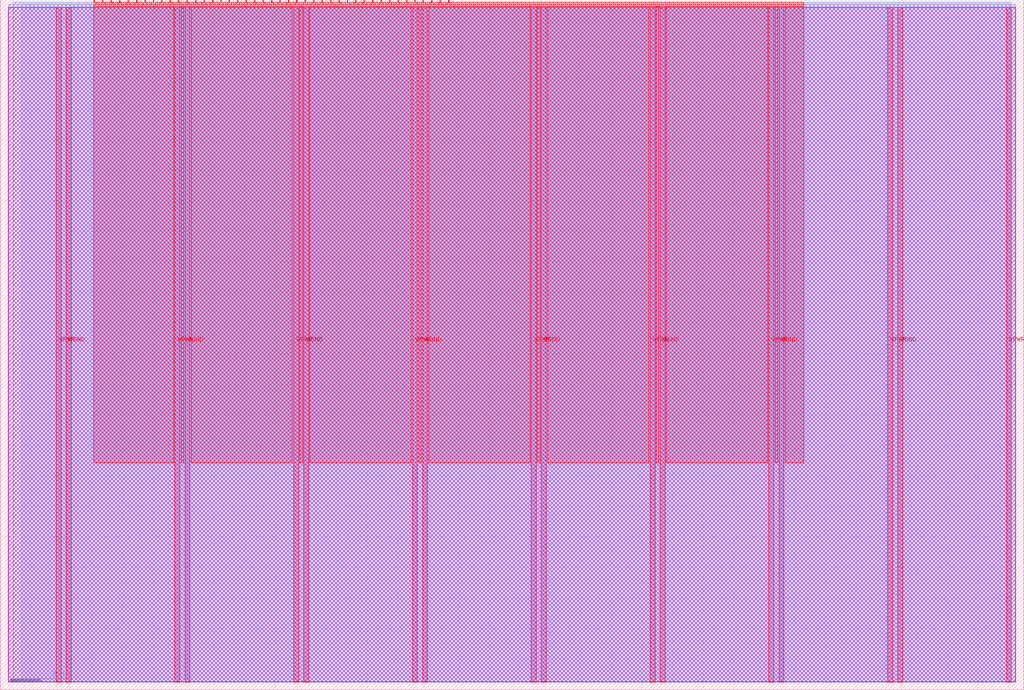
<source format=lef>
VERSION 5.7 ;
  NOWIREEXTENSIONATPIN ON ;
  DIVIDERCHAR "/" ;
  BUSBITCHARS "[]" ;
MACRO tt_um_nitelich_conway
  CLASS BLOCK ;
  FOREIGN tt_um_nitelich_conway ;
  ORIGIN 0.000 0.000 ;
  SIZE 334.880 BY 225.760 ;
  PIN VGND
    DIRECTION INOUT ;
    USE GROUND ;
    PORT
      LAYER met4 ;
        RECT 21.580 2.480 23.180 223.280 ;
    END
    PORT
      LAYER met4 ;
        RECT 60.450 2.480 62.050 223.280 ;
    END
    PORT
      LAYER met4 ;
        RECT 99.320 2.480 100.920 223.280 ;
    END
    PORT
      LAYER met4 ;
        RECT 138.190 2.480 139.790 223.280 ;
    END
    PORT
      LAYER met4 ;
        RECT 177.060 2.480 178.660 223.280 ;
    END
    PORT
      LAYER met4 ;
        RECT 215.930 2.480 217.530 223.280 ;
    END
    PORT
      LAYER met4 ;
        RECT 254.800 2.480 256.400 223.280 ;
    END
    PORT
      LAYER met4 ;
        RECT 293.670 2.480 295.270 223.280 ;
    END
  END VGND
  PIN VPWR
    DIRECTION INOUT ;
    USE POWER ;
    PORT
      LAYER met4 ;
        RECT 18.280 2.480 19.880 223.280 ;
    END
    PORT
      LAYER met4 ;
        RECT 57.150 2.480 58.750 223.280 ;
    END
    PORT
      LAYER met4 ;
        RECT 96.020 2.480 97.620 223.280 ;
    END
    PORT
      LAYER met4 ;
        RECT 134.890 2.480 136.490 223.280 ;
    END
    PORT
      LAYER met4 ;
        RECT 173.760 2.480 175.360 223.280 ;
    END
    PORT
      LAYER met4 ;
        RECT 212.630 2.480 214.230 223.280 ;
    END
    PORT
      LAYER met4 ;
        RECT 251.500 2.480 253.100 223.280 ;
    END
    PORT
      LAYER met4 ;
        RECT 290.370 2.480 291.970 223.280 ;
    END
    PORT
      LAYER met4 ;
        RECT 329.240 2.480 330.840 223.280 ;
    END
  END VPWR
  PIN clk
    DIRECTION INPUT ;
    USE SIGNAL ;
    ANTENNAGATEAREA 0.852000 ;
    PORT
      LAYER met4 ;
        RECT 143.830 224.760 144.130 225.760 ;
    END
  END clk
  PIN ena
    DIRECTION INPUT ;
    USE SIGNAL ;
    ANTENNAGATEAREA 0.126000 ;
    PORT
      LAYER met4 ;
        RECT 146.590 224.760 146.890 225.760 ;
    END
  END ena
  PIN rst_n
    DIRECTION INPUT ;
    USE SIGNAL ;
    ANTENNAGATEAREA 0.126000 ;
    PORT
      LAYER met4 ;
        RECT 141.070 224.760 141.370 225.760 ;
    END
  END rst_n
  PIN ui_in[0]
    DIRECTION INPUT ;
    USE SIGNAL ;
    ANTENNAGATEAREA 0.196500 ;
    PORT
      LAYER met4 ;
        RECT 138.310 224.760 138.610 225.760 ;
    END
  END ui_in[0]
  PIN ui_in[1]
    DIRECTION INPUT ;
    USE SIGNAL ;
    ANTENNAGATEAREA 0.196500 ;
    PORT
      LAYER met4 ;
        RECT 135.550 224.760 135.850 225.760 ;
    END
  END ui_in[1]
  PIN ui_in[2]
    DIRECTION INPUT ;
    USE SIGNAL ;
    ANTENNAGATEAREA 0.196500 ;
    PORT
      LAYER met4 ;
        RECT 132.790 224.760 133.090 225.760 ;
    END
  END ui_in[2]
  PIN ui_in[3]
    DIRECTION INPUT ;
    USE SIGNAL ;
    ANTENNAGATEAREA 0.196500 ;
    PORT
      LAYER met4 ;
        RECT 130.030 224.760 130.330 225.760 ;
    END
  END ui_in[3]
  PIN ui_in[4]
    DIRECTION INPUT ;
    USE SIGNAL ;
    ANTENNAGATEAREA 0.196500 ;
    PORT
      LAYER met4 ;
        RECT 127.270 224.760 127.570 225.760 ;
    END
  END ui_in[4]
  PIN ui_in[5]
    DIRECTION INPUT ;
    USE SIGNAL ;
    ANTENNAGATEAREA 0.196500 ;
    PORT
      LAYER met4 ;
        RECT 124.510 224.760 124.810 225.760 ;
    END
  END ui_in[5]
  PIN ui_in[6]
    DIRECTION INPUT ;
    USE SIGNAL ;
    ANTENNAGATEAREA 0.196500 ;
    PORT
      LAYER met4 ;
        RECT 121.750 224.760 122.050 225.760 ;
    END
  END ui_in[6]
  PIN ui_in[7]
    DIRECTION INPUT ;
    USE SIGNAL ;
    ANTENNAGATEAREA 0.196500 ;
    PORT
      LAYER met4 ;
        RECT 118.990 224.760 119.290 225.760 ;
    END
  END ui_in[7]
  PIN uio_in[0]
    DIRECTION INPUT ;
    USE SIGNAL ;
    ANTENNAGATEAREA 0.213000 ;
    PORT
      LAYER met4 ;
        RECT 116.230 224.760 116.530 225.760 ;
    END
  END uio_in[0]
  PIN uio_in[1]
    DIRECTION INPUT ;
    USE SIGNAL ;
    ANTENNAGATEAREA 0.196500 ;
    PORT
      LAYER met4 ;
        RECT 113.470 224.760 113.770 225.760 ;
    END
  END uio_in[1]
  PIN uio_in[2]
    DIRECTION INPUT ;
    USE SIGNAL ;
    ANTENNAGATEAREA 0.196500 ;
    PORT
      LAYER met4 ;
        RECT 110.710 224.760 111.010 225.760 ;
    END
  END uio_in[2]
  PIN uio_in[3]
    DIRECTION INPUT ;
    USE SIGNAL ;
    ANTENNAGATEAREA 0.196500 ;
    PORT
      LAYER met4 ;
        RECT 107.950 224.760 108.250 225.760 ;
    END
  END uio_in[3]
  PIN uio_in[4]
    DIRECTION INPUT ;
    USE SIGNAL ;
    ANTENNAGATEAREA 0.213000 ;
    PORT
      LAYER met4 ;
        RECT 105.190 224.760 105.490 225.760 ;
    END
  END uio_in[4]
  PIN uio_in[5]
    DIRECTION INPUT ;
    USE SIGNAL ;
    ANTENNAGATEAREA 0.213000 ;
    PORT
      LAYER met4 ;
        RECT 102.430 224.760 102.730 225.760 ;
    END
  END uio_in[5]
  PIN uio_in[6]
    DIRECTION INPUT ;
    USE SIGNAL ;
    ANTENNAGATEAREA 0.196500 ;
    PORT
      LAYER met4 ;
        RECT 99.670 224.760 99.970 225.760 ;
    END
  END uio_in[6]
  PIN uio_in[7]
    DIRECTION INPUT ;
    USE SIGNAL ;
    ANTENNAGATEAREA 0.126000 ;
    PORT
      LAYER met4 ;
        RECT 96.910 224.760 97.210 225.760 ;
    END
  END uio_in[7]
  PIN uio_oe[0]
    DIRECTION OUTPUT ;
    USE SIGNAL ;
    PORT
      LAYER met4 ;
        RECT 49.990 224.760 50.290 225.760 ;
    END
  END uio_oe[0]
  PIN uio_oe[1]
    DIRECTION OUTPUT ;
    USE SIGNAL ;
    PORT
      LAYER met4 ;
        RECT 47.230 224.760 47.530 225.760 ;
    END
  END uio_oe[1]
  PIN uio_oe[2]
    DIRECTION OUTPUT ;
    USE SIGNAL ;
    PORT
      LAYER met4 ;
        RECT 44.470 224.760 44.770 225.760 ;
    END
  END uio_oe[2]
  PIN uio_oe[3]
    DIRECTION OUTPUT ;
    USE SIGNAL ;
    PORT
      LAYER met4 ;
        RECT 41.710 224.760 42.010 225.760 ;
    END
  END uio_oe[3]
  PIN uio_oe[4]
    DIRECTION OUTPUT ;
    USE SIGNAL ;
    PORT
      LAYER met4 ;
        RECT 38.950 224.760 39.250 225.760 ;
    END
  END uio_oe[4]
  PIN uio_oe[5]
    DIRECTION OUTPUT ;
    USE SIGNAL ;
    PORT
      LAYER met4 ;
        RECT 36.190 224.760 36.490 225.760 ;
    END
  END uio_oe[5]
  PIN uio_oe[6]
    DIRECTION OUTPUT ;
    USE SIGNAL ;
    PORT
      LAYER met4 ;
        RECT 33.430 224.760 33.730 225.760 ;
    END
  END uio_oe[6]
  PIN uio_oe[7]
    DIRECTION OUTPUT ;
    USE SIGNAL ;
    PORT
      LAYER met4 ;
        RECT 30.670 224.760 30.970 225.760 ;
    END
  END uio_oe[7]
  PIN uio_out[0]
    DIRECTION OUTPUT ;
    USE SIGNAL ;
    PORT
      LAYER met4 ;
        RECT 72.070 224.760 72.370 225.760 ;
    END
  END uio_out[0]
  PIN uio_out[1]
    DIRECTION OUTPUT ;
    USE SIGNAL ;
    PORT
      LAYER met4 ;
        RECT 69.310 224.760 69.610 225.760 ;
    END
  END uio_out[1]
  PIN uio_out[2]
    DIRECTION OUTPUT ;
    USE SIGNAL ;
    PORT
      LAYER met4 ;
        RECT 66.550 224.760 66.850 225.760 ;
    END
  END uio_out[2]
  PIN uio_out[3]
    DIRECTION OUTPUT ;
    USE SIGNAL ;
    PORT
      LAYER met4 ;
        RECT 63.790 224.760 64.090 225.760 ;
    END
  END uio_out[3]
  PIN uio_out[4]
    DIRECTION OUTPUT ;
    USE SIGNAL ;
    PORT
      LAYER met4 ;
        RECT 61.030 224.760 61.330 225.760 ;
    END
  END uio_out[4]
  PIN uio_out[5]
    DIRECTION OUTPUT ;
    USE SIGNAL ;
    PORT
      LAYER met4 ;
        RECT 58.270 224.760 58.570 225.760 ;
    END
  END uio_out[5]
  PIN uio_out[6]
    DIRECTION OUTPUT ;
    USE SIGNAL ;
    PORT
      LAYER met4 ;
        RECT 55.510 224.760 55.810 225.760 ;
    END
  END uio_out[6]
  PIN uio_out[7]
    DIRECTION OUTPUT ;
    USE SIGNAL ;
    PORT
      LAYER met4 ;
        RECT 52.750 224.760 53.050 225.760 ;
    END
  END uio_out[7]
  PIN uo_out[0]
    DIRECTION OUTPUT ;
    USE SIGNAL ;
    ANTENNADIFFAREA 0.462000 ;
    PORT
      LAYER met4 ;
        RECT 94.150 224.760 94.450 225.760 ;
    END
  END uo_out[0]
  PIN uo_out[1]
    DIRECTION OUTPUT ;
    USE SIGNAL ;
    ANTENNADIFFAREA 1.242000 ;
    PORT
      LAYER met4 ;
        RECT 91.390 224.760 91.690 225.760 ;
    END
  END uo_out[1]
  PIN uo_out[2]
    DIRECTION OUTPUT ;
    USE SIGNAL ;
    ANTENNADIFFAREA 1.431000 ;
    PORT
      LAYER met4 ;
        RECT 88.630 224.760 88.930 225.760 ;
    END
  END uo_out[2]
  PIN uo_out[3]
    DIRECTION OUTPUT ;
    USE SIGNAL ;
    ANTENNADIFFAREA 0.795200 ;
    PORT
      LAYER met4 ;
        RECT 85.870 224.760 86.170 225.760 ;
    END
  END uo_out[3]
  PIN uo_out[4]
    DIRECTION OUTPUT ;
    USE SIGNAL ;
    ANTENNADIFFAREA 0.445500 ;
    PORT
      LAYER met4 ;
        RECT 83.110 224.760 83.410 225.760 ;
    END
  END uo_out[4]
  PIN uo_out[5]
    DIRECTION OUTPUT ;
    USE SIGNAL ;
    ANTENNADIFFAREA 1.242000 ;
    PORT
      LAYER met4 ;
        RECT 80.350 224.760 80.650 225.760 ;
    END
  END uo_out[5]
  PIN uo_out[6]
    DIRECTION OUTPUT ;
    USE SIGNAL ;
    ANTENNADIFFAREA 1.288000 ;
    PORT
      LAYER met4 ;
        RECT 77.590 224.760 77.890 225.760 ;
    END
  END uo_out[6]
  PIN uo_out[7]
    DIRECTION OUTPUT ;
    USE SIGNAL ;
    ANTENNADIFFAREA 0.445500 ;
    PORT
      LAYER met4 ;
        RECT 74.830 224.760 75.130 225.760 ;
    END
  END uo_out[7]
  OBS
      LAYER nwell ;
        RECT 2.570 2.635 332.310 223.230 ;
      LAYER li1 ;
        RECT 2.760 2.635 332.120 223.125 ;
      LAYER met1 ;
        RECT 2.760 2.480 332.120 224.360 ;
      LAYER met2 ;
        RECT 4.240 2.535 330.810 224.925 ;
      LAYER met3 ;
        RECT 6.965 2.555 330.830 224.905 ;
      LAYER met4 ;
        RECT 31.370 224.360 33.030 224.905 ;
        RECT 34.130 224.360 35.790 224.905 ;
        RECT 36.890 224.360 38.550 224.905 ;
        RECT 39.650 224.360 41.310 224.905 ;
        RECT 42.410 224.360 44.070 224.905 ;
        RECT 45.170 224.360 46.830 224.905 ;
        RECT 47.930 224.360 49.590 224.905 ;
        RECT 50.690 224.360 52.350 224.905 ;
        RECT 53.450 224.360 55.110 224.905 ;
        RECT 56.210 224.360 57.870 224.905 ;
        RECT 58.970 224.360 60.630 224.905 ;
        RECT 61.730 224.360 63.390 224.905 ;
        RECT 64.490 224.360 66.150 224.905 ;
        RECT 67.250 224.360 68.910 224.905 ;
        RECT 70.010 224.360 71.670 224.905 ;
        RECT 72.770 224.360 74.430 224.905 ;
        RECT 75.530 224.360 77.190 224.905 ;
        RECT 78.290 224.360 79.950 224.905 ;
        RECT 81.050 224.360 82.710 224.905 ;
        RECT 83.810 224.360 85.470 224.905 ;
        RECT 86.570 224.360 88.230 224.905 ;
        RECT 89.330 224.360 90.990 224.905 ;
        RECT 92.090 224.360 93.750 224.905 ;
        RECT 94.850 224.360 96.510 224.905 ;
        RECT 97.610 224.360 99.270 224.905 ;
        RECT 100.370 224.360 102.030 224.905 ;
        RECT 103.130 224.360 104.790 224.905 ;
        RECT 105.890 224.360 107.550 224.905 ;
        RECT 108.650 224.360 110.310 224.905 ;
        RECT 111.410 224.360 113.070 224.905 ;
        RECT 114.170 224.360 115.830 224.905 ;
        RECT 116.930 224.360 118.590 224.905 ;
        RECT 119.690 224.360 121.350 224.905 ;
        RECT 122.450 224.360 124.110 224.905 ;
        RECT 125.210 224.360 126.870 224.905 ;
        RECT 127.970 224.360 129.630 224.905 ;
        RECT 130.730 224.360 132.390 224.905 ;
        RECT 133.490 224.360 135.150 224.905 ;
        RECT 136.250 224.360 137.910 224.905 ;
        RECT 139.010 224.360 140.670 224.905 ;
        RECT 141.770 224.360 143.430 224.905 ;
        RECT 144.530 224.360 146.190 224.905 ;
        RECT 147.290 224.360 262.825 224.905 ;
        RECT 30.655 223.680 262.825 224.360 ;
        RECT 30.655 74.295 56.750 223.680 ;
        RECT 59.150 74.295 60.050 223.680 ;
        RECT 62.450 74.295 95.620 223.680 ;
        RECT 98.020 74.295 98.920 223.680 ;
        RECT 101.320 74.295 134.490 223.680 ;
        RECT 136.890 74.295 137.790 223.680 ;
        RECT 140.190 74.295 173.360 223.680 ;
        RECT 175.760 74.295 176.660 223.680 ;
        RECT 179.060 74.295 212.230 223.680 ;
        RECT 214.630 74.295 215.530 223.680 ;
        RECT 217.930 74.295 251.100 223.680 ;
        RECT 253.500 74.295 254.400 223.680 ;
        RECT 256.800 74.295 262.825 223.680 ;
  END
END tt_um_nitelich_conway
END LIBRARY


</source>
